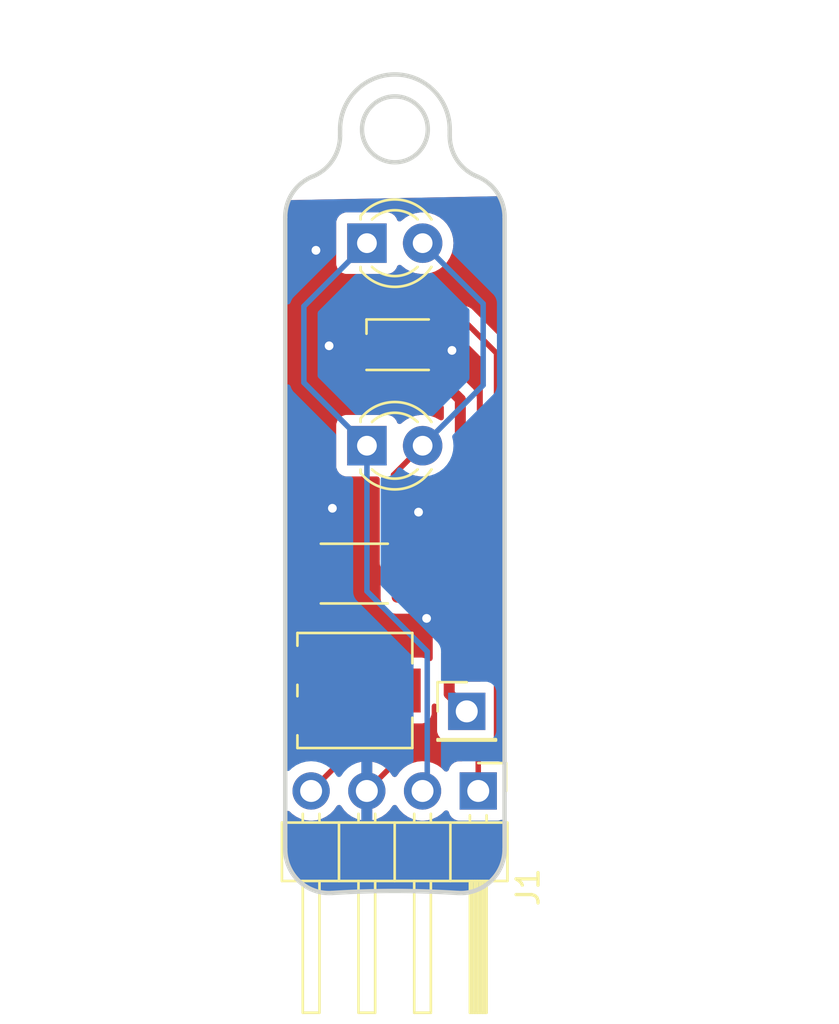
<source format=kicad_pcb>
(kicad_pcb (version 20221018) (generator pcbnew)
  (layers (0 "F.Cu" signal) (31 "B.Cu" signal) (34 "B.Paste" user) (35 "F.Paste" user) (36 "B.SilkS" user "B.Silkscreen") (37 "F.SilkS" user "F.Silkscreen") (38 "B.Mask" user) (39 "F.Mask" user) (44 "Edge.Cuts" user))
  (net 0 "")
  (net 1 "GND")
  (net 2 "+5V")
  (net 3 "/PWM")
  (net 4 "+3.3V")
  (net 5 "/S")
  (net 6 "Net-(Q1-E)")
  (footprint "LED_THT:LED_D3.0mm_Clear" (layer "F.Cu") (at 129.6 63.95)
    (fp_text reference "Q1" hide)
    (fp_text value "Q_Photo_NPN")
    (fp_line (start -0.29 -1.236) (end -0.29 -1.08) (stroke (width 0.12)) (layer "F.SilkS"))
    (fp_line (start -0.29 1.08) (end -0.29 1.236) (stroke (width 0.12)) (layer "F.SilkS"))
    (fp_arc (start -0.29 -1.235516) (mid 1.366487 -1.987659) (end 2.942335 -1.078608) (stroke (width 0.12)) (layer "F.SilkS"))
    (fp_arc (start 0.229039 -1.08) (mid 1.270117 -1.5) (end 2.31113 -1.079837) (stroke (width 0.12)) (layer "F.SilkS"))
    (fp_arc (start 2.31113 1.079837) (mid 1.270117 1.5) (end 0.229039 1.08) (stroke (width 0.12)) (layer "F.SilkS"))
    (fp_arc (start 2.942335 1.078608) (mid 1.366487 1.987659) (end -0.29 1.235516) (stroke (width 0.12)) (layer "F.SilkS"))
    (pad "1" thru_hole rect (at 0 0) (size 1.8 1.8) (drill 0.9) (layers "*.Cu" "*.Mask") (net 4 "+3.3V"))
    (pad "2" thru_hole circle (at 2.54 0) (size 1.8 1.8) (drill 0.9) (layers "*.Cu" "*.Mask") (net 6 "Net-(Q1-E)"))
  )
  (footprint "LED_SMD:LED_WS2812B-2020_PLCC4_2.0x2.0mm" (layer "F.Cu") (at 131 68.575)
    (fp_text reference "D1" hide)
    (fp_text value "NeoPixel_THT")
    (fp_line (start -1.42 -1.15) (end -1.42 -0.5) (stroke (width 0.12)) (layer "F.SilkS"))
    (fp_line (start -1.42 -1.15) (end 1.42 -1.15) (stroke (width 0.12)) (layer "F.SilkS"))
    (fp_line (start -1.42 1.15) (end 1.42 1.15) (stroke (width 0.12)) (layer "F.SilkS"))
    (pad "1" smd rect (at -0.915 -0.55) (size 0.7 0.7) (layers "F.Cu" "F.Paste" "F.Mask"))
    (pad "2" smd rect (at -0.915 0.55) (size 0.7 0.7) (layers "F.Cu" "F.Paste" "F.Mask") (net 1 "GND"))
    (pad "3" smd rect (at 0.915 0.55) (size 0.7 0.7) (layers "F.Cu" "F.Paste" "F.Mask") (net 2 "+5V"))
    (pad "4" smd rect (at 0.915 -0.55) (size 0.7 0.7) (layers "F.Cu" "F.Paste" "F.Mask") (net 3 "/PWM"))
  )
  (footprint "LED_THT:LED_D3.0mm_Clear" (layer "F.Cu") (at 129.6 73.175)
    (fp_text reference "Q2" hide)
    (fp_text value "Q_Photo_NPN")
    (fp_line (start -0.29 -1.236) (end -0.29 -1.08) (stroke (width 0.12)) (layer "F.SilkS"))
    (fp_line (start -0.29 1.08) (end -0.29 1.236) (stroke (width 0.12)) (layer "F.SilkS"))
    (fp_arc (start -0.29 -1.235516) (mid 1.366487 -1.987659) (end 2.942335 -1.078608) (stroke (width 0.12)) (layer "F.SilkS"))
    (fp_arc (start 0.229039 -1.08) (mid 1.270117 -1.5) (end 2.31113 -1.079837) (stroke (width 0.12)) (layer "F.SilkS"))
    (fp_arc (start 2.31113 1.079837) (mid 1.270117 1.5) (end 0.229039 1.08) (stroke (width 0.12)) (layer "F.SilkS"))
    (fp_arc (start 2.942335 1.078608) (mid 1.366487 1.987659) (end -0.29 1.235516) (stroke (width 0.12)) (layer "F.SilkS"))
    (pad "1" thru_hole rect (at 0 0) (size 1.8 1.8) (drill 0.9) (layers "*.Cu" "*.Mask") (net 4 "+3.3V"))
    (pad "2" thru_hole circle (at 2.54 0) (size 1.8 1.8) (drill 0.9) (layers "*.Cu" "*.Mask") (net 6 "Net-(Q1-E)"))
  )
  (footprint "Connector_PinHeader_2.54mm:PinHeader_1x04_P2.54mm_Horizontal" (layer "F.Cu") (at 134.675 88.9 -90)
    (fp_text reference "J1" (at 4.385 -2.27 90) (layer "F.SilkS"))
    (fp_text value "Conn_01x04_Pin")
    (fp_line (start -1.27 -1.27) (end 0 -1.27) (stroke (width 0.12)) (layer "F.SilkS"))
    (fp_line (start -1.27 0) (end -1.27 -1.27) (stroke (width 0.12)) (layer "F.SilkS"))
    (fp_line (start 1.042929 2.16) (end 1.44 2.16) (stroke (width 0.12)) (layer "F.SilkS"))
    (fp_line (start 1.042929 2.92) (end 1.44 2.92) (stroke (width 0.12)) (layer "F.SilkS"))
    (fp_line (start 1.042929 4.7) (end 1.44 4.7) (stroke (width 0.12)) (layer "F.SilkS"))
    (fp_line (start 1.042929 5.46) (end 1.44 5.46) (stroke (width 0.12)) (layer "F.SilkS"))
    (fp_line (start 1.042929 7.24) (end 1.44 7.24) (stroke (width 0.12)) (layer "F.SilkS"))
    (fp_line (start 1.042929 8) (end 1.44 8) (stroke (width 0.12)) (layer "F.SilkS"))
    (fp_line (start 1.11 -0.38) (end 1.44 -0.38) (stroke (width 0.12)) (layer "F.SilkS"))
    (fp_line (start 1.11 0.38) (end 1.44 0.38) (stroke (width 0.12)) (layer "F.SilkS"))
    (fp_line (start 1.44 -1.33) (end 1.44 8.95) (stroke (width 0.12)) (layer "F.SilkS"))
    (fp_line (start 1.44 1.27) (end 4.1 1.27) (stroke (width 0.12)) (layer "F.SilkS"))
    (fp_line (start 1.44 3.81) (end 4.1 3.81) (stroke (width 0.12)) (layer "F.SilkS"))
    (fp_line (start 1.44 6.35) (end 4.1 6.35) (stroke (width 0.12)) (layer "F.SilkS"))
    (fp_line (start 1.44 8.95) (end 4.1 8.95) (stroke (width 0.12)) (layer "F.SilkS"))
    (fp_line (start 4.1 -1.33) (end 1.44 -1.33) (stroke (width 0.12)) (layer "F.SilkS"))
    (fp_line (start 4.1 -0.38) (end 10.1 -0.38) (stroke (width 0.12)) (layer "F.SilkS"))
    (fp_line (start 4.1 -0.32) (end 10.1 -0.32) (stroke (width 0.12)) (layer "F.SilkS"))
    (fp_line (start 4.1 -0.2) (end 10.1 -0.2) (stroke (width 0.12)) (layer "F.SilkS"))
    (fp_line (start 4.1 -0.08) (end 10.1 -0.08) (stroke (width 0.12)) (layer "F.SilkS"))
    (fp_line (start 4.1 0.04) (end 10.1 0.04) (stroke (width 0.12)) (layer "F.SilkS"))
    (fp_line (start 4.1 0.16) (end 10.1 0.16) (stroke (width 0.12)) (layer "F.SilkS"))
    (fp_line (start 4.1 0.28) (end 10.1 0.28) (stroke (width 0.12)) (layer "F.SilkS"))
    (fp_line (start 4.1 2.16) (end 10.1 2.16) (stroke (width 0.12)) (layer "F.SilkS"))
    (fp_line (start 4.1 4.7) (end 10.1 4.7) (stroke (width 0.12)) (layer "F.SilkS"))
    (fp_line (start 4.1 7.24) (end 10.1 7.24) (stroke (width 0.12)) (layer "F.SilkS"))
    (fp_line (start 4.1 8.95) (end 4.1 -1.33) (stroke (width 0.12)) (layer "F.SilkS"))
    (fp_line (start 10.1 -0.38) (end 10.1 0.38) (stroke (width 0.12)) (layer "F.SilkS"))
    (fp_line (start 10.1 0.38) (end 4.1 0.38) (stroke (width 0.12)) (layer "F.SilkS"))
    (fp_line (start 10.1 2.16) (end 10.1 2.92) (stroke (width 0.12)) (layer "F.SilkS"))
    (fp_line (start 10.1 2.92) (end 4.1 2.92) (stroke (width 0.12)) (layer "F.SilkS"))
    (fp_line (start 10.1 4.7) (end 10.1 5.46) (stroke (width 0.12)) (layer "F.SilkS"))
    (fp_line (start 10.1 5.46) (end 4.1 5.46) (stroke (width 0.12)) (layer "F.SilkS"))
    (fp_line (start 10.1 7.24) (end 10.1 8) (stroke (width 0.12)) (layer "F.SilkS"))
    (fp_line (start 10.1 8) (end 4.1 8) (stroke (width 0.12)) (layer "F.SilkS"))
    (pad "1" thru_hole rect (at 0 0 270) (size 1.7 1.7) (drill 1) (layers "*.Cu" "*.Mask") (net 3 "/PWM"))
    (pad "2" thru_hole oval (at 0 2.54 270) (size 1.7 1.7) (drill 1) (layers "*.Cu" "*.Mask") (net 4 "+3.3V"))
    (pad "3" thru_hole oval (at 0 5.08 270) (size 1.7 1.7) (drill 1) (layers "*.Cu" "*.Mask") (net 1 "GND"))
    (pad "4" thru_hole oval (at 0 7.62 270) (size 1.7 1.7) (drill 1) (layers "*.Cu" "*.Mask") (net 5 "/S"))
  )
  (footprint "Resistor_SMD:R_2010_5025Metric" (layer "F.Cu") (at 129.025 79)
    (fp_text reference "R1" hide)
    (fp_text value "1K")
    (fp_line (start -1.527064 -1.36) (end 1.527064 -1.36) (stroke (width 0.12)) (layer "F.SilkS"))
    (fp_line (start -1.527064 1.36) (end 1.527064 1.36) (stroke (width 0.12)) (layer "F.SilkS"))
    (pad "1" smd roundrect (at -2.3125 0) (size 1.225 2.65) (layers "F.Cu" "F.Paste" "F.Mask") (roundrect_rratio 0.2040816327) (net 5 "/S"))
    (pad "2" smd roundrect (at 2.3125 0) (size 1.225 2.65) (layers "F.Cu" "F.Paste" "F.Mask") (roundrect_rratio 0.2040816327) (net 6 "Net-(Q1-E)"))
  )
  (footprint "Connector_PinHeader_2.54mm:PinHeader_1x01_P2.54mm_Vertical" (layer "F.Cu") (at 134.15 85.275)
    (fp_text reference "J2" hide)
    (fp_text value "Conn_01x01_Pin")
    (fp_line (start -1.33 -1.33) (end 0 -1.33) (stroke (width 0.12)) (layer "F.SilkS"))
    (fp_line (start -1.33 0) (end -1.33 -1.33) (stroke (width 0.12)) (layer "F.SilkS"))
    (fp_line (start -1.33 1.27) (end -1.33 1.33) (stroke (width 0.12)) (layer "F.SilkS"))
    (fp_line (start -1.33 1.27) (end 1.33 1.27) (stroke (width 0.12)) (layer "F.SilkS"))
    (fp_line (start -1.33 1.33) (end 1.33 1.33) (stroke (width 0.12)) (layer "F.SilkS"))
    (fp_line (start 1.33 1.27) (end 1.33 1.33) (stroke (width 0.12)) (layer "F.SilkS"))
    (pad "1" thru_hole rect (at 0 0) (size 1.7 1.7) (drill 1) (layers "*.Cu" "*.Mask") (net 2 "+5V"))
  )
  (footprint "Potentiometer_SMD:Potentiometer_Vishay_TS53YJ_Vertical" (layer "F.Cu") (at 129.05 84.325 180)
    (fp_text reference "RV1" hide)
    (fp_text value "R_Potentiometer_Trim_US")
    (fp_line (start -2.62 -2.62) (end -2.62 -1.24) (stroke (width 0.12)) (layer "F.SilkS"))
    (fp_line (start -2.62 -2.62) (end 2.62 -2.62) (stroke (width 0.12)) (layer "F.SilkS"))
    (fp_line (start -2.62 1.24) (end -2.62 2.62) (stroke (width 0.12)) (layer "F.SilkS"))
    (fp_line (start -2.62 2.62) (end 2.62 2.62) (stroke (width 0.12)) (layer "F.SilkS"))
    (fp_line (start 2.62 -2.62) (end 2.62 -2.039) (stroke (width 0.12)) (layer "F.SilkS"))
    (fp_line (start 2.62 -0.26) (end 2.62 0.26) (stroke (width 0.12)) (layer "F.SilkS"))
    (fp_line (start 2.62 2.04) (end 2.62 2.62) (stroke (width 0.12)) (layer "F.SilkS"))
    (pad "1" smd rect (at 2 -1.15 180) (size 2 1.3) (layers "F.Cu" "F.Paste" "F.Mask"))
    (pad "2" smd rect (at -2 0 180) (size 2 2) (layers "F.Cu" "F.Paste" "F.Mask") (net 1 "GND"))
    (pad "3" smd rect (at 2 1.15 180) (size 2 1.3) (layers "F.Cu" "F.Paste" "F.Mask") (net 5 "/S"))
  )
  (gr_arc (start 134.625 60.91168) (mid 135.533312 61.647696) (end 135.875 62.76573) (stroke (width 0.2)) (layer "Edge.Cuts"))
  (gr_arc (start 134.625 60.91168) (mid 133.716688 60.175665) (end 133.375 59.057631) (stroke (width 0.2)) (layer "Edge.Cuts"))
  (gr_line (start 128.375 59.057631) (end 128.375 58.76573) (stroke (width 0.2)) (layer "Edge.Cuts"))
  (gr_circle (center 130.875 58.76573) (end 129.375 58.76573) (stroke (width 0.2)) (fill none) (layer "Edge.Cuts"))
  (gr_line (start 125.875 91.55) (end 125.875 62.76573) (stroke (width 0.2)) (layer "Edge.Cuts"))
  (gr_line (start 135.875 62.76573) (end 135.875 91.55) (stroke (width 0.2)) (layer "Edge.Cuts"))
  (gr_line (start 133.375 58.76573) (end 133.375 59.057631) (stroke (width 0.2)) (layer "Edge.Cuts"))
  (gr_arc (start 128.375 58.76573) (mid 130.875 56.26573) (end 133.375 58.76573) (stroke (width 0.2)) (layer "Edge.Cuts"))
  (gr_arc (start 135.875 91.55) (mid 135.243335 93.00865) (end 133.74734 93.545922) (stroke (width 0.2)) (layer "Edge.Cuts"))
  (gr_arc (start 125.875 62.76573) (mid 126.216689 61.647697) (end 127.125 60.91168) (stroke (width 0.2)) (layer "Edge.Cuts"))
  (gr_arc (start 128.00266 93.545922) (mid 130.875 93.454158) (end 133.74734 93.545922) (stroke (width 0.2)) (layer "Edge.Cuts"))
  (gr_arc (start 128.00266 93.545922) (mid 126.506665 93.00865) (end 125.875 91.55) (stroke (width 0.2)) (layer "Edge.Cuts"))
  (gr_arc (start 128.375 59.057631) (mid 128.033313 60.175666) (end 127.125 60.91168) (stroke (width 0.2)) (layer "Edge.Cuts"))
  (segment (start 131.05 87.445) (end 129.595 88.9) (width 0.25) (layer "F.Cu") (net 1))
  (segment (start 131.05 84.325) (end 131.05 87.445) (width 0.25) (layer "F.Cu") (net 1))
  (via (at 128.025 76.025) (size 0.8) (drill 0.4) (layers "F.Cu" "B.Cu") (net 1))
  (via (at 132.32 81.04) (size 0.8) (drill 0.4) (layers "F.Cu" "B.Cu") (net 1))
  (via (at 133.477 68.834) (size 0.8) (drill 0.4) (layers "F.Cu" "B.Cu") (net 1))
  (via (at 127.275 64.275) (size 0.8) (drill 0.4) (layers "F.Cu" "B.Cu") (net 1))
  (via (at 131.953 76.2) (size 0.8) (drill 0.4) (layers "F.Cu" "B.Cu") (net 1))
  (via (at 127.875 68.625) (size 0.8) (drill 0.4) (layers "F.Cu" "B.Cu") (net 1))
  (segment (start 134.15 85.275) (end 133.35 84.475) (width 0.5) (layer "F.Cu") (net 2))
  (segment (start 133.858 71.068) (end 131.915 69.125) (width 0.5) (layer "F.Cu") (net 2))
  (segment (start 133.35 74.93) (end 133.858 74.422) (width 0.5) (layer "F.Cu") (net 2))
  (segment (start 133.858 74.422) (end 133.858 71.068) (width 0.5) (layer "F.Cu") (net 2))
  (segment (start 133.35 84.475) (end 133.35 74.93) (width 0.5) (layer "F.Cu") (net 2))
  (segment (start 132.503 67.437) (end 131.915 68.025) (width 0.25) (layer "F.Cu") (net 3))
  (segment (start 135.509 68.961) (end 133.985 67.437) (width 0.25) (layer "F.Cu") (net 3))
  (segment (start 133.985 67.437) (end 132.503 67.437) (width 0.25) (layer "F.Cu") (net 3))
  (segment (start 135.509 86.541) (end 135.509 68.961) (width 0.25) (layer "F.Cu") (net 3))
  (segment (start 134.675 88.9) (end 134.675 87.375) (width 0.25) (layer "F.Cu") (net 3))
  (segment (start 134.675 87.375) (end 135.509 86.541) (width 0.25) (layer "F.Cu") (net 3))
  (segment (start 129.6 79.8) (end 132.35 82.55) (width 0.25) (layer "B.Cu") (net 4))
  (segment (start 132.35 88.685) (end 132.135 88.9) (width 0.25) (layer "B.Cu") (net 4))
  (segment (start 132.35 82.55) (end 132.35 88.685) (width 0.25) (layer "B.Cu") (net 4))
  (segment (start 129.6 73.175) (end 129.6 79.8) (width 0.25) (layer "B.Cu") (net 4))
  (segment (start 129.6 63.95) (end 126.725 66.825) (width 0.25) (layer "B.Cu") (net 4))
  (segment (start 126.725 70.3) (end 129.6 73.175) (width 0.25) (layer "B.Cu") (net 4))
  (segment (start 126.725 66.825) (end 126.725 70.3) (width 0.25) (layer "B.Cu") (net 4))
  (segment (start 127.05 83.175) (end 127.05 79.3375) (width 0.25) (layer "F.Cu") (net 5))
  (segment (start 128.375 87.58) (end 127.055 88.9) (width 0.25) (layer "F.Cu") (net 5))
  (segment (start 127.05 83.175) (end 128.375 84.5) (width 0.25) (layer "F.Cu") (net 5))
  (segment (start 127.05 79.3375) (end 126.7125 79) (width 0.25) (layer "F.Cu") (net 5))
  (segment (start 128.375 84.5) (end 128.375 87.58) (width 0.25) (layer "F.Cu") (net 5))
  (segment (start 130.81 78.4725) (end 130.81 74.505) (width 0.25) (layer "F.Cu") (net 6))
  (segment (start 130.81 74.505) (end 132.14 73.175) (width 0.25) (layer "F.Cu") (net 6))
  (segment (start 131.3375 79) (end 130.81 78.4725) (width 0.25) (layer "F.Cu") (net 6))
  (segment (start 134.9 66.71) (end 134.9 70.415) (width 0.25) (layer "B.Cu") (net 6))
  (segment (start 134.9 70.415) (end 132.14 73.175) (width 0.25) (layer "B.Cu") (net 6))
  (segment (start 132.14 63.95) (end 134.9 66.71) (width 0.25) (layer "B.Cu") (net 6))
  (zone (net 1) (net_name "GND") (layers "F&B.Cu") (connect_pads (clearance 0.5)) (min_thickness 0.25) (fill yes (thermal_gap 0.5) (thermal_bridge_width 0.5))
    (polygon (pts (xy 115.75 54.3) (xy 115.4 96.35) (xy 151.125 96.7) (xy 149.575 52.875)))
  )
  (zone (net 0) (net_name "") (layers "F&B.Cu") (connect_pads (clearance 0)) (min_thickness 0.25)
    (keepout (tracks not_allowed) (vias not_allowed) (pads not_allowed) (copperpour not_allowed) (footprints allowed))
    (fill (thermal_gap 0.5) (thermal_bridge_width 0.5))
    (polygon (pts (xy 126.2634 55.0672) (xy 136.0678 55.0418) (xy 136.2964 61.7982) (xy 125.4506 62.0014)))
  )
)
</source>
